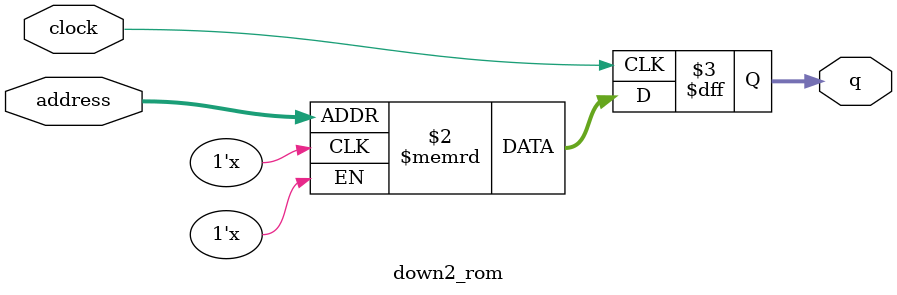
<source format=sv>
module down2_rom (
	input logic clock,
	input logic [9:0] address,
	output logic [3:0] q
);

logic [3:0] memory [0:1023] /* synthesis ram_init_file = "./down2/down2.mif" */;

always_ff @ (posedge clock) begin
	q <= memory[address];
end

endmodule

</source>
